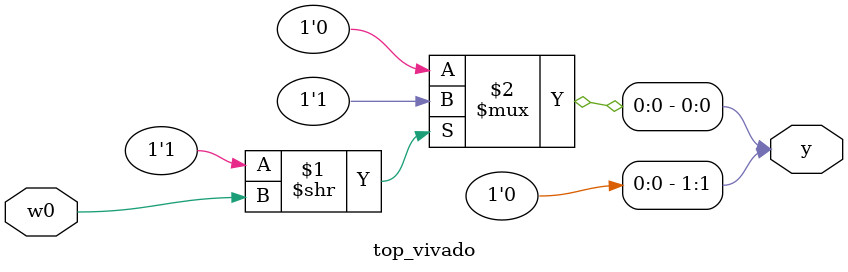
<source format=v>
module top_vivado  (y, w0);
   output [1:0] y;
   input        w0;
   assign y = $signed(2'h1 < 2'h2) >> w0 ? 1'b1 : 1'b0;
endmodule

</source>
